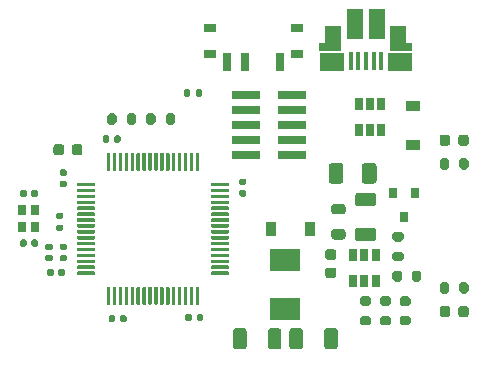
<source format=gbr>
%TF.GenerationSoftware,KiCad,Pcbnew,(5.1.10)-1*%
%TF.CreationDate,2021-06-24T14:57:30-07:00*%
%TF.ProjectId,stm32l476rg,73746d33-326c-4343-9736-72672e6b6963,rev?*%
%TF.SameCoordinates,Original*%
%TF.FileFunction,Paste,Top*%
%TF.FilePolarity,Positive*%
%FSLAX46Y46*%
G04 Gerber Fmt 4.6, Leading zero omitted, Abs format (unit mm)*
G04 Created by KiCad (PCBNEW (5.1.10)-1) date 2021-06-24 14:57:30*
%MOMM*%
%LPD*%
G01*
G04 APERTURE LIST*
%ADD10R,2.400000X0.740000*%
%ADD11R,1.350000X2.000000*%
%ADD12R,1.825000X0.700000*%
%ADD13R,2.000000X1.500000*%
%ADD14R,0.400000X1.650000*%
%ADD15R,1.430000X2.500000*%
%ADD16R,1.200000X0.900000*%
%ADD17R,0.900000X1.200000*%
%ADD18R,2.500000X1.900000*%
%ADD19R,0.800000X0.900000*%
%ADD20R,1.000000X0.800000*%
%ADD21R,0.700000X1.500000*%
%ADD22R,0.650000X1.060000*%
G04 APERTURE END LIST*
D10*
%TO.C,J4*%
X129850000Y-111660000D03*
X133750000Y-111660000D03*
X129850000Y-112930000D03*
X133750000Y-112930000D03*
X129850000Y-114200000D03*
X133750000Y-114200000D03*
X129850000Y-115470000D03*
X133750000Y-115470000D03*
X129850000Y-116740000D03*
X133750000Y-116740000D03*
%TD*%
D11*
%TO.C,J5*%
X137275000Y-106815000D03*
X142755000Y-106815000D03*
D12*
X142975000Y-107565000D03*
X137025000Y-107565000D03*
D13*
X142875000Y-108865000D03*
X137125000Y-108885000D03*
D14*
X141325000Y-108765000D03*
X140675000Y-108765000D03*
X140025000Y-108765000D03*
X139375000Y-108765000D03*
X138725000Y-108765000D03*
D15*
X140985000Y-105615000D03*
X139065000Y-105615000D03*
%TD*%
%TO.C,C1*%
G36*
G01*
X114475000Y-116050000D02*
X114475000Y-116550000D01*
G75*
G02*
X114250000Y-116775000I-225000J0D01*
G01*
X113800000Y-116775000D01*
G75*
G02*
X113575000Y-116550000I0J225000D01*
G01*
X113575000Y-116050000D01*
G75*
G02*
X113800000Y-115825000I225000J0D01*
G01*
X114250000Y-115825000D01*
G75*
G02*
X114475000Y-116050000I0J-225000D01*
G01*
G37*
G36*
G01*
X116025000Y-116050000D02*
X116025000Y-116550000D01*
G75*
G02*
X115800000Y-116775000I-225000J0D01*
G01*
X115350000Y-116775000D01*
G75*
G02*
X115125000Y-116550000I0J225000D01*
G01*
X115125000Y-116050000D01*
G75*
G02*
X115350000Y-115825000I225000J0D01*
G01*
X115800000Y-115825000D01*
G75*
G02*
X116025000Y-116050000I0J-225000D01*
G01*
G37*
%TD*%
%TO.C,C2*%
G36*
G01*
X114570000Y-118520000D02*
X114230000Y-118520000D01*
G75*
G02*
X114090000Y-118380000I0J140000D01*
G01*
X114090000Y-118100000D01*
G75*
G02*
X114230000Y-117960000I140000J0D01*
G01*
X114570000Y-117960000D01*
G75*
G02*
X114710000Y-118100000I0J-140000D01*
G01*
X114710000Y-118380000D01*
G75*
G02*
X114570000Y-118520000I-140000J0D01*
G01*
G37*
G36*
G01*
X114570000Y-119480000D02*
X114230000Y-119480000D01*
G75*
G02*
X114090000Y-119340000I0J140000D01*
G01*
X114090000Y-119060000D01*
G75*
G02*
X114230000Y-118920000I140000J0D01*
G01*
X114570000Y-118920000D01*
G75*
G02*
X114710000Y-119060000I0J-140000D01*
G01*
X114710000Y-119340000D01*
G75*
G02*
X114570000Y-119480000I-140000J0D01*
G01*
G37*
%TD*%
%TO.C,C3*%
G36*
G01*
X119760000Y-130430000D02*
X119760000Y-130770000D01*
G75*
G02*
X119620000Y-130910000I-140000J0D01*
G01*
X119340000Y-130910000D01*
G75*
G02*
X119200000Y-130770000I0J140000D01*
G01*
X119200000Y-130430000D01*
G75*
G02*
X119340000Y-130290000I140000J0D01*
G01*
X119620000Y-130290000D01*
G75*
G02*
X119760000Y-130430000I0J-140000D01*
G01*
G37*
G36*
G01*
X118800000Y-130430000D02*
X118800000Y-130770000D01*
G75*
G02*
X118660000Y-130910000I-140000J0D01*
G01*
X118380000Y-130910000D01*
G75*
G02*
X118240000Y-130770000I0J140000D01*
G01*
X118240000Y-130430000D01*
G75*
G02*
X118380000Y-130290000I140000J0D01*
G01*
X118660000Y-130290000D01*
G75*
G02*
X118800000Y-130430000I0J-140000D01*
G01*
G37*
%TD*%
%TO.C,C4*%
G36*
G01*
X125300000Y-130330000D02*
X125300000Y-130670000D01*
G75*
G02*
X125160000Y-130810000I-140000J0D01*
G01*
X124880000Y-130810000D01*
G75*
G02*
X124740000Y-130670000I0J140000D01*
G01*
X124740000Y-130330000D01*
G75*
G02*
X124880000Y-130190000I140000J0D01*
G01*
X125160000Y-130190000D01*
G75*
G02*
X125300000Y-130330000I0J-140000D01*
G01*
G37*
G36*
G01*
X126260000Y-130330000D02*
X126260000Y-130670000D01*
G75*
G02*
X126120000Y-130810000I-140000J0D01*
G01*
X125840000Y-130810000D01*
G75*
G02*
X125700000Y-130670000I0J140000D01*
G01*
X125700000Y-130330000D01*
G75*
G02*
X125840000Y-130190000I140000J0D01*
G01*
X126120000Y-130190000D01*
G75*
G02*
X126260000Y-130330000I0J-140000D01*
G01*
G37*
%TD*%
%TO.C,C5*%
G36*
G01*
X118700000Y-115570000D02*
X118700000Y-115230000D01*
G75*
G02*
X118840000Y-115090000I140000J0D01*
G01*
X119120000Y-115090000D01*
G75*
G02*
X119260000Y-115230000I0J-140000D01*
G01*
X119260000Y-115570000D01*
G75*
G02*
X119120000Y-115710000I-140000J0D01*
G01*
X118840000Y-115710000D01*
G75*
G02*
X118700000Y-115570000I0J140000D01*
G01*
G37*
G36*
G01*
X117740000Y-115570000D02*
X117740000Y-115230000D01*
G75*
G02*
X117880000Y-115090000I140000J0D01*
G01*
X118160000Y-115090000D01*
G75*
G02*
X118300000Y-115230000I0J-140000D01*
G01*
X118300000Y-115570000D01*
G75*
G02*
X118160000Y-115710000I-140000J0D01*
G01*
X117880000Y-115710000D01*
G75*
G02*
X117740000Y-115570000I0J140000D01*
G01*
G37*
%TD*%
%TO.C,C6*%
G36*
G01*
X129430000Y-118740000D02*
X129770000Y-118740000D01*
G75*
G02*
X129910000Y-118880000I0J-140000D01*
G01*
X129910000Y-119160000D01*
G75*
G02*
X129770000Y-119300000I-140000J0D01*
G01*
X129430000Y-119300000D01*
G75*
G02*
X129290000Y-119160000I0J140000D01*
G01*
X129290000Y-118880000D01*
G75*
G02*
X129430000Y-118740000I140000J0D01*
G01*
G37*
G36*
G01*
X129430000Y-119700000D02*
X129770000Y-119700000D01*
G75*
G02*
X129910000Y-119840000I0J-140000D01*
G01*
X129910000Y-120120000D01*
G75*
G02*
X129770000Y-120260000I-140000J0D01*
G01*
X129430000Y-120260000D01*
G75*
G02*
X129290000Y-120120000I0J140000D01*
G01*
X129290000Y-119840000D01*
G75*
G02*
X129430000Y-119700000I140000J0D01*
G01*
G37*
%TD*%
%TO.C,C7*%
G36*
G01*
X136800000Y-124725000D02*
X137300000Y-124725000D01*
G75*
G02*
X137525000Y-124950000I0J-225000D01*
G01*
X137525000Y-125400000D01*
G75*
G02*
X137300000Y-125625000I-225000J0D01*
G01*
X136800000Y-125625000D01*
G75*
G02*
X136575000Y-125400000I0J225000D01*
G01*
X136575000Y-124950000D01*
G75*
G02*
X136800000Y-124725000I225000J0D01*
G01*
G37*
G36*
G01*
X136800000Y-126275000D02*
X137300000Y-126275000D01*
G75*
G02*
X137525000Y-126500000I0J-225000D01*
G01*
X137525000Y-126950000D01*
G75*
G02*
X137300000Y-127175000I-225000J0D01*
G01*
X136800000Y-127175000D01*
G75*
G02*
X136575000Y-126950000I0J225000D01*
G01*
X136575000Y-126500000D01*
G75*
G02*
X136800000Y-126275000I225000J0D01*
G01*
G37*
%TD*%
%TO.C,C8*%
G36*
G01*
X113370000Y-124800000D02*
X113030000Y-124800000D01*
G75*
G02*
X112890000Y-124660000I0J140000D01*
G01*
X112890000Y-124380000D01*
G75*
G02*
X113030000Y-124240000I140000J0D01*
G01*
X113370000Y-124240000D01*
G75*
G02*
X113510000Y-124380000I0J-140000D01*
G01*
X113510000Y-124660000D01*
G75*
G02*
X113370000Y-124800000I-140000J0D01*
G01*
G37*
G36*
G01*
X113370000Y-125760000D02*
X113030000Y-125760000D01*
G75*
G02*
X112890000Y-125620000I0J140000D01*
G01*
X112890000Y-125340000D01*
G75*
G02*
X113030000Y-125200000I140000J0D01*
G01*
X113370000Y-125200000D01*
G75*
G02*
X113510000Y-125340000I0J-140000D01*
G01*
X113510000Y-125620000D01*
G75*
G02*
X113370000Y-125760000I-140000J0D01*
G01*
G37*
%TD*%
%TO.C,C9*%
G36*
G01*
X114570000Y-125760000D02*
X114230000Y-125760000D01*
G75*
G02*
X114090000Y-125620000I0J140000D01*
G01*
X114090000Y-125340000D01*
G75*
G02*
X114230000Y-125200000I140000J0D01*
G01*
X114570000Y-125200000D01*
G75*
G02*
X114710000Y-125340000I0J-140000D01*
G01*
X114710000Y-125620000D01*
G75*
G02*
X114570000Y-125760000I-140000J0D01*
G01*
G37*
G36*
G01*
X114570000Y-124800000D02*
X114230000Y-124800000D01*
G75*
G02*
X114090000Y-124660000I0J140000D01*
G01*
X114090000Y-124380000D01*
G75*
G02*
X114230000Y-124240000I140000J0D01*
G01*
X114570000Y-124240000D01*
G75*
G02*
X114710000Y-124380000I0J-140000D01*
G01*
X114710000Y-124660000D01*
G75*
G02*
X114570000Y-124800000I-140000J0D01*
G01*
G37*
%TD*%
%TO.C,C10*%
G36*
G01*
X139349999Y-122900000D02*
X140650001Y-122900000D01*
G75*
G02*
X140900000Y-123149999I0J-249999D01*
G01*
X140900000Y-123800001D01*
G75*
G02*
X140650001Y-124050000I-249999J0D01*
G01*
X139349999Y-124050000D01*
G75*
G02*
X139100000Y-123800001I0J249999D01*
G01*
X139100000Y-123149999D01*
G75*
G02*
X139349999Y-122900000I249999J0D01*
G01*
G37*
G36*
G01*
X139349999Y-119950000D02*
X140650001Y-119950000D01*
G75*
G02*
X140900000Y-120199999I0J-249999D01*
G01*
X140900000Y-120850001D01*
G75*
G02*
X140650001Y-121100000I-249999J0D01*
G01*
X139349999Y-121100000D01*
G75*
G02*
X139100000Y-120850001I0J249999D01*
G01*
X139100000Y-120199999D01*
G75*
G02*
X139349999Y-119950000I249999J0D01*
G01*
G37*
%TD*%
%TO.C,C11*%
G36*
G01*
X134700000Y-131649999D02*
X134700000Y-132950001D01*
G75*
G02*
X134450001Y-133200000I-249999J0D01*
G01*
X133799999Y-133200000D01*
G75*
G02*
X133550000Y-132950001I0J249999D01*
G01*
X133550000Y-131649999D01*
G75*
G02*
X133799999Y-131400000I249999J0D01*
G01*
X134450001Y-131400000D01*
G75*
G02*
X134700000Y-131649999I0J-249999D01*
G01*
G37*
G36*
G01*
X137650000Y-131649999D02*
X137650000Y-132950001D01*
G75*
G02*
X137400001Y-133200000I-249999J0D01*
G01*
X136749999Y-133200000D01*
G75*
G02*
X136500000Y-132950001I0J249999D01*
G01*
X136500000Y-131649999D01*
G75*
G02*
X136749999Y-131400000I249999J0D01*
G01*
X137400001Y-131400000D01*
G75*
G02*
X137650000Y-131649999I0J-249999D01*
G01*
G37*
%TD*%
%TO.C,C12*%
G36*
G01*
X128775000Y-132950001D02*
X128775000Y-131649999D01*
G75*
G02*
X129024999Y-131400000I249999J0D01*
G01*
X129675001Y-131400000D01*
G75*
G02*
X129925000Y-131649999I0J-249999D01*
G01*
X129925000Y-132950001D01*
G75*
G02*
X129675001Y-133200000I-249999J0D01*
G01*
X129024999Y-133200000D01*
G75*
G02*
X128775000Y-132950001I0J249999D01*
G01*
G37*
G36*
G01*
X131725000Y-132950001D02*
X131725000Y-131649999D01*
G75*
G02*
X131974999Y-131400000I249999J0D01*
G01*
X132625001Y-131400000D01*
G75*
G02*
X132875000Y-131649999I0J-249999D01*
G01*
X132875000Y-132950001D01*
G75*
G02*
X132625001Y-133200000I-249999J0D01*
G01*
X131974999Y-133200000D01*
G75*
G02*
X131725000Y-132950001I0J249999D01*
G01*
G37*
%TD*%
%TO.C,C13*%
G36*
G01*
X112260000Y-119830000D02*
X112260000Y-120170000D01*
G75*
G02*
X112120000Y-120310000I-140000J0D01*
G01*
X111840000Y-120310000D01*
G75*
G02*
X111700000Y-120170000I0J140000D01*
G01*
X111700000Y-119830000D01*
G75*
G02*
X111840000Y-119690000I140000J0D01*
G01*
X112120000Y-119690000D01*
G75*
G02*
X112260000Y-119830000I0J-140000D01*
G01*
G37*
G36*
G01*
X111300000Y-119830000D02*
X111300000Y-120170000D01*
G75*
G02*
X111160000Y-120310000I-140000J0D01*
G01*
X110880000Y-120310000D01*
G75*
G02*
X110740000Y-120170000I0J140000D01*
G01*
X110740000Y-119830000D01*
G75*
G02*
X110880000Y-119690000I140000J0D01*
G01*
X111160000Y-119690000D01*
G75*
G02*
X111300000Y-119830000I0J-140000D01*
G01*
G37*
%TD*%
%TO.C,C14*%
G36*
G01*
X111700000Y-124370000D02*
X111700000Y-124030000D01*
G75*
G02*
X111840000Y-123890000I140000J0D01*
G01*
X112120000Y-123890000D01*
G75*
G02*
X112260000Y-124030000I0J-140000D01*
G01*
X112260000Y-124370000D01*
G75*
G02*
X112120000Y-124510000I-140000J0D01*
G01*
X111840000Y-124510000D01*
G75*
G02*
X111700000Y-124370000I0J140000D01*
G01*
G37*
G36*
G01*
X110740000Y-124370000D02*
X110740000Y-124030000D01*
G75*
G02*
X110880000Y-123890000I140000J0D01*
G01*
X111160000Y-123890000D01*
G75*
G02*
X111300000Y-124030000I0J-140000D01*
G01*
X111300000Y-124370000D01*
G75*
G02*
X111160000Y-124510000I-140000J0D01*
G01*
X110880000Y-124510000D01*
G75*
G02*
X110740000Y-124370000I0J140000D01*
G01*
G37*
%TD*%
D16*
%TO.C,D1*%
X144000000Y-115900000D03*
X144000000Y-112600000D03*
%TD*%
D17*
%TO.C,D2*%
X132000000Y-123000000D03*
X135300000Y-123000000D03*
%TD*%
%TO.C,D3*%
G36*
G01*
X148725000Y-115243750D02*
X148725000Y-115756250D01*
G75*
G02*
X148506250Y-115975000I-218750J0D01*
G01*
X148068750Y-115975000D01*
G75*
G02*
X147850000Y-115756250I0J218750D01*
G01*
X147850000Y-115243750D01*
G75*
G02*
X148068750Y-115025000I218750J0D01*
G01*
X148506250Y-115025000D01*
G75*
G02*
X148725000Y-115243750I0J-218750D01*
G01*
G37*
G36*
G01*
X147150000Y-115243750D02*
X147150000Y-115756250D01*
G75*
G02*
X146931250Y-115975000I-218750J0D01*
G01*
X146493750Y-115975000D01*
G75*
G02*
X146275000Y-115756250I0J218750D01*
G01*
X146275000Y-115243750D01*
G75*
G02*
X146493750Y-115025000I218750J0D01*
G01*
X146931250Y-115025000D01*
G75*
G02*
X147150000Y-115243750I0J-218750D01*
G01*
G37*
%TD*%
%TO.C,D4*%
G36*
G01*
X148725000Y-129743750D02*
X148725000Y-130256250D01*
G75*
G02*
X148506250Y-130475000I-218750J0D01*
G01*
X148068750Y-130475000D01*
G75*
G02*
X147850000Y-130256250I0J218750D01*
G01*
X147850000Y-129743750D01*
G75*
G02*
X148068750Y-129525000I218750J0D01*
G01*
X148506250Y-129525000D01*
G75*
G02*
X148725000Y-129743750I0J-218750D01*
G01*
G37*
G36*
G01*
X147150000Y-129743750D02*
X147150000Y-130256250D01*
G75*
G02*
X146931250Y-130475000I-218750J0D01*
G01*
X146493750Y-130475000D01*
G75*
G02*
X146275000Y-130256250I0J218750D01*
G01*
X146275000Y-129743750D01*
G75*
G02*
X146493750Y-129525000I218750J0D01*
G01*
X146931250Y-129525000D01*
G75*
G02*
X147150000Y-129743750I0J-218750D01*
G01*
G37*
%TD*%
%TO.C,F1*%
G36*
G01*
X136875000Y-118925000D02*
X136875000Y-117675000D01*
G75*
G02*
X137125000Y-117425000I250000J0D01*
G01*
X137875000Y-117425000D01*
G75*
G02*
X138125000Y-117675000I0J-250000D01*
G01*
X138125000Y-118925000D01*
G75*
G02*
X137875000Y-119175000I-250000J0D01*
G01*
X137125000Y-119175000D01*
G75*
G02*
X136875000Y-118925000I0J250000D01*
G01*
G37*
G36*
G01*
X139675000Y-118925000D02*
X139675000Y-117675000D01*
G75*
G02*
X139925000Y-117425000I250000J0D01*
G01*
X140675000Y-117425000D01*
G75*
G02*
X140925000Y-117675000I0J-250000D01*
G01*
X140925000Y-118925000D01*
G75*
G02*
X140675000Y-119175000I-250000J0D01*
G01*
X139925000Y-119175000D01*
G75*
G02*
X139675000Y-118925000I0J250000D01*
G01*
G37*
%TD*%
%TO.C,FB1*%
G36*
G01*
X138081250Y-123900000D02*
X137318750Y-123900000D01*
G75*
G02*
X137100000Y-123681250I0J218750D01*
G01*
X137100000Y-123243750D01*
G75*
G02*
X137318750Y-123025000I218750J0D01*
G01*
X138081250Y-123025000D01*
G75*
G02*
X138300000Y-123243750I0J-218750D01*
G01*
X138300000Y-123681250D01*
G75*
G02*
X138081250Y-123900000I-218750J0D01*
G01*
G37*
G36*
G01*
X138081250Y-121775000D02*
X137318750Y-121775000D01*
G75*
G02*
X137100000Y-121556250I0J218750D01*
G01*
X137100000Y-121118750D01*
G75*
G02*
X137318750Y-120900000I218750J0D01*
G01*
X138081250Y-120900000D01*
G75*
G02*
X138300000Y-121118750I0J-218750D01*
G01*
X138300000Y-121556250D01*
G75*
G02*
X138081250Y-121775000I-218750J0D01*
G01*
G37*
%TD*%
%TO.C,L1*%
G36*
G01*
X113020000Y-126872500D02*
X113020000Y-126527500D01*
G75*
G02*
X113167500Y-126380000I147500J0D01*
G01*
X113462500Y-126380000D01*
G75*
G02*
X113610000Y-126527500I0J-147500D01*
G01*
X113610000Y-126872500D01*
G75*
G02*
X113462500Y-127020000I-147500J0D01*
G01*
X113167500Y-127020000D01*
G75*
G02*
X113020000Y-126872500I0J147500D01*
G01*
G37*
G36*
G01*
X113990000Y-126872500D02*
X113990000Y-126527500D01*
G75*
G02*
X114137500Y-126380000I147500J0D01*
G01*
X114432500Y-126380000D01*
G75*
G02*
X114580000Y-126527500I0J-147500D01*
G01*
X114580000Y-126872500D01*
G75*
G02*
X114432500Y-127020000I-147500J0D01*
G01*
X114137500Y-127020000D01*
G75*
G02*
X113990000Y-126872500I0J147500D01*
G01*
G37*
%TD*%
D18*
%TO.C,L2*%
X133150000Y-125650000D03*
X133150000Y-129750000D03*
%TD*%
D19*
%TO.C,Q1*%
X144200000Y-120000000D03*
X142300000Y-120000000D03*
X143250000Y-122000000D03*
%TD*%
%TO.C,R1*%
G36*
G01*
X122225000Y-113425000D02*
X122225000Y-113975000D01*
G75*
G02*
X122025000Y-114175000I-200000J0D01*
G01*
X121625000Y-114175000D01*
G75*
G02*
X121425000Y-113975000I0J200000D01*
G01*
X121425000Y-113425000D01*
G75*
G02*
X121625000Y-113225000I200000J0D01*
G01*
X122025000Y-113225000D01*
G75*
G02*
X122225000Y-113425000I0J-200000D01*
G01*
G37*
G36*
G01*
X123875000Y-113425000D02*
X123875000Y-113975000D01*
G75*
G02*
X123675000Y-114175000I-200000J0D01*
G01*
X123275000Y-114175000D01*
G75*
G02*
X123075000Y-113975000I0J200000D01*
G01*
X123075000Y-113425000D01*
G75*
G02*
X123275000Y-113225000I200000J0D01*
G01*
X123675000Y-113225000D01*
G75*
G02*
X123875000Y-113425000I0J-200000D01*
G01*
G37*
%TD*%
%TO.C,R2*%
G36*
G01*
X118125000Y-113975000D02*
X118125000Y-113425000D01*
G75*
G02*
X118325000Y-113225000I200000J0D01*
G01*
X118725000Y-113225000D01*
G75*
G02*
X118925000Y-113425000I0J-200000D01*
G01*
X118925000Y-113975000D01*
G75*
G02*
X118725000Y-114175000I-200000J0D01*
G01*
X118325000Y-114175000D01*
G75*
G02*
X118125000Y-113975000I0J200000D01*
G01*
G37*
G36*
G01*
X119775000Y-113975000D02*
X119775000Y-113425000D01*
G75*
G02*
X119975000Y-113225000I200000J0D01*
G01*
X120375000Y-113225000D01*
G75*
G02*
X120575000Y-113425000I0J-200000D01*
G01*
X120575000Y-113975000D01*
G75*
G02*
X120375000Y-114175000I-200000J0D01*
G01*
X119975000Y-114175000D01*
G75*
G02*
X119775000Y-113975000I0J200000D01*
G01*
G37*
%TD*%
%TO.C,R3*%
G36*
G01*
X125160000Y-111315000D02*
X125160000Y-111685000D01*
G75*
G02*
X125025000Y-111820000I-135000J0D01*
G01*
X124755000Y-111820000D01*
G75*
G02*
X124620000Y-111685000I0J135000D01*
G01*
X124620000Y-111315000D01*
G75*
G02*
X124755000Y-111180000I135000J0D01*
G01*
X125025000Y-111180000D01*
G75*
G02*
X125160000Y-111315000I0J-135000D01*
G01*
G37*
G36*
G01*
X126180000Y-111315000D02*
X126180000Y-111685000D01*
G75*
G02*
X126045000Y-111820000I-135000J0D01*
G01*
X125775000Y-111820000D01*
G75*
G02*
X125640000Y-111685000I0J135000D01*
G01*
X125640000Y-111315000D01*
G75*
G02*
X125775000Y-111180000I135000J0D01*
G01*
X126045000Y-111180000D01*
G75*
G02*
X126180000Y-111315000I0J-135000D01*
G01*
G37*
%TD*%
%TO.C,R4*%
G36*
G01*
X142475000Y-123275000D02*
X143025000Y-123275000D01*
G75*
G02*
X143225000Y-123475000I0J-200000D01*
G01*
X143225000Y-123875000D01*
G75*
G02*
X143025000Y-124075000I-200000J0D01*
G01*
X142475000Y-124075000D01*
G75*
G02*
X142275000Y-123875000I0J200000D01*
G01*
X142275000Y-123475000D01*
G75*
G02*
X142475000Y-123275000I200000J0D01*
G01*
G37*
G36*
G01*
X142475000Y-124925000D02*
X143025000Y-124925000D01*
G75*
G02*
X143225000Y-125125000I0J-200000D01*
G01*
X143225000Y-125525000D01*
G75*
G02*
X143025000Y-125725000I-200000J0D01*
G01*
X142475000Y-125725000D01*
G75*
G02*
X142275000Y-125525000I0J200000D01*
G01*
X142275000Y-125125000D01*
G75*
G02*
X142475000Y-124925000I200000J0D01*
G01*
G37*
%TD*%
%TO.C,R5*%
G36*
G01*
X143925000Y-127275000D02*
X143925000Y-126725000D01*
G75*
G02*
X144125000Y-126525000I200000J0D01*
G01*
X144525000Y-126525000D01*
G75*
G02*
X144725000Y-126725000I0J-200000D01*
G01*
X144725000Y-127275000D01*
G75*
G02*
X144525000Y-127475000I-200000J0D01*
G01*
X144125000Y-127475000D01*
G75*
G02*
X143925000Y-127275000I0J200000D01*
G01*
G37*
G36*
G01*
X142275000Y-127275000D02*
X142275000Y-126725000D01*
G75*
G02*
X142475000Y-126525000I200000J0D01*
G01*
X142875000Y-126525000D01*
G75*
G02*
X143075000Y-126725000I0J-200000D01*
G01*
X143075000Y-127275000D01*
G75*
G02*
X142875000Y-127475000I-200000J0D01*
G01*
X142475000Y-127475000D01*
G75*
G02*
X142275000Y-127275000I0J200000D01*
G01*
G37*
%TD*%
%TO.C,R6*%
G36*
G01*
X140275000Y-129525000D02*
X139725000Y-129525000D01*
G75*
G02*
X139525000Y-129325000I0J200000D01*
G01*
X139525000Y-128925000D01*
G75*
G02*
X139725000Y-128725000I200000J0D01*
G01*
X140275000Y-128725000D01*
G75*
G02*
X140475000Y-128925000I0J-200000D01*
G01*
X140475000Y-129325000D01*
G75*
G02*
X140275000Y-129525000I-200000J0D01*
G01*
G37*
G36*
G01*
X140275000Y-131175000D02*
X139725000Y-131175000D01*
G75*
G02*
X139525000Y-130975000I0J200000D01*
G01*
X139525000Y-130575000D01*
G75*
G02*
X139725000Y-130375000I200000J0D01*
G01*
X140275000Y-130375000D01*
G75*
G02*
X140475000Y-130575000I0J-200000D01*
G01*
X140475000Y-130975000D01*
G75*
G02*
X140275000Y-131175000I-200000J0D01*
G01*
G37*
%TD*%
%TO.C,R7*%
G36*
G01*
X141425000Y-130375000D02*
X141975000Y-130375000D01*
G75*
G02*
X142175000Y-130575000I0J-200000D01*
G01*
X142175000Y-130975000D01*
G75*
G02*
X141975000Y-131175000I-200000J0D01*
G01*
X141425000Y-131175000D01*
G75*
G02*
X141225000Y-130975000I0J200000D01*
G01*
X141225000Y-130575000D01*
G75*
G02*
X141425000Y-130375000I200000J0D01*
G01*
G37*
G36*
G01*
X141425000Y-128725000D02*
X141975000Y-128725000D01*
G75*
G02*
X142175000Y-128925000I0J-200000D01*
G01*
X142175000Y-129325000D01*
G75*
G02*
X141975000Y-129525000I-200000J0D01*
G01*
X141425000Y-129525000D01*
G75*
G02*
X141225000Y-129325000I0J200000D01*
G01*
X141225000Y-128925000D01*
G75*
G02*
X141425000Y-128725000I200000J0D01*
G01*
G37*
%TD*%
%TO.C,R8*%
G36*
G01*
X143625000Y-129525000D02*
X143075000Y-129525000D01*
G75*
G02*
X142875000Y-129325000I0J200000D01*
G01*
X142875000Y-128925000D01*
G75*
G02*
X143075000Y-128725000I200000J0D01*
G01*
X143625000Y-128725000D01*
G75*
G02*
X143825000Y-128925000I0J-200000D01*
G01*
X143825000Y-129325000D01*
G75*
G02*
X143625000Y-129525000I-200000J0D01*
G01*
G37*
G36*
G01*
X143625000Y-131175000D02*
X143075000Y-131175000D01*
G75*
G02*
X142875000Y-130975000I0J200000D01*
G01*
X142875000Y-130575000D01*
G75*
G02*
X143075000Y-130375000I200000J0D01*
G01*
X143625000Y-130375000D01*
G75*
G02*
X143825000Y-130575000I0J-200000D01*
G01*
X143825000Y-130975000D01*
G75*
G02*
X143625000Y-131175000I-200000J0D01*
G01*
G37*
%TD*%
%TO.C,R9*%
G36*
G01*
X113915000Y-121620000D02*
X114285000Y-121620000D01*
G75*
G02*
X114420000Y-121755000I0J-135000D01*
G01*
X114420000Y-122025000D01*
G75*
G02*
X114285000Y-122160000I-135000J0D01*
G01*
X113915000Y-122160000D01*
G75*
G02*
X113780000Y-122025000I0J135000D01*
G01*
X113780000Y-121755000D01*
G75*
G02*
X113915000Y-121620000I135000J0D01*
G01*
G37*
G36*
G01*
X113915000Y-122640000D02*
X114285000Y-122640000D01*
G75*
G02*
X114420000Y-122775000I0J-135000D01*
G01*
X114420000Y-123045000D01*
G75*
G02*
X114285000Y-123180000I-135000J0D01*
G01*
X113915000Y-123180000D01*
G75*
G02*
X113780000Y-123045000I0J135000D01*
G01*
X113780000Y-122775000D01*
G75*
G02*
X113915000Y-122640000I135000J0D01*
G01*
G37*
%TD*%
%TO.C,R10*%
G36*
G01*
X147075000Y-117225000D02*
X147075000Y-117775000D01*
G75*
G02*
X146875000Y-117975000I-200000J0D01*
G01*
X146475000Y-117975000D01*
G75*
G02*
X146275000Y-117775000I0J200000D01*
G01*
X146275000Y-117225000D01*
G75*
G02*
X146475000Y-117025000I200000J0D01*
G01*
X146875000Y-117025000D01*
G75*
G02*
X147075000Y-117225000I0J-200000D01*
G01*
G37*
G36*
G01*
X148725000Y-117225000D02*
X148725000Y-117775000D01*
G75*
G02*
X148525000Y-117975000I-200000J0D01*
G01*
X148125000Y-117975000D01*
G75*
G02*
X147925000Y-117775000I0J200000D01*
G01*
X147925000Y-117225000D01*
G75*
G02*
X148125000Y-117025000I200000J0D01*
G01*
X148525000Y-117025000D01*
G75*
G02*
X148725000Y-117225000I0J-200000D01*
G01*
G37*
%TD*%
%TO.C,R11*%
G36*
G01*
X148725000Y-127725000D02*
X148725000Y-128275000D01*
G75*
G02*
X148525000Y-128475000I-200000J0D01*
G01*
X148125000Y-128475000D01*
G75*
G02*
X147925000Y-128275000I0J200000D01*
G01*
X147925000Y-127725000D01*
G75*
G02*
X148125000Y-127525000I200000J0D01*
G01*
X148525000Y-127525000D01*
G75*
G02*
X148725000Y-127725000I0J-200000D01*
G01*
G37*
G36*
G01*
X147075000Y-127725000D02*
X147075000Y-128275000D01*
G75*
G02*
X146875000Y-128475000I-200000J0D01*
G01*
X146475000Y-128475000D01*
G75*
G02*
X146275000Y-128275000I0J200000D01*
G01*
X146275000Y-127725000D01*
G75*
G02*
X146475000Y-127525000I200000J0D01*
G01*
X146875000Y-127525000D01*
G75*
G02*
X147075000Y-127725000I0J-200000D01*
G01*
G37*
%TD*%
D20*
%TO.C,SW1*%
X134150000Y-108180000D03*
X126850000Y-108180000D03*
X126850000Y-105970000D03*
X134150000Y-105970000D03*
D21*
X128250000Y-108830000D03*
X129750000Y-108830000D03*
X132750000Y-108830000D03*
%TD*%
D22*
%TO.C,U1*%
X141300000Y-112400000D03*
X140350000Y-112400000D03*
X139400000Y-112400000D03*
X139400000Y-114600000D03*
X141300000Y-114600000D03*
X140350000Y-114600000D03*
%TD*%
%TO.C,U2*%
X139900000Y-125250000D03*
X138950000Y-125250000D03*
X140850000Y-125250000D03*
X140850000Y-127450000D03*
X139900000Y-127450000D03*
X138950000Y-127450000D03*
%TD*%
%TO.C,U3*%
G36*
G01*
X115550000Y-119325000D02*
X115550000Y-119175000D01*
G75*
G02*
X115625000Y-119100000I75000J0D01*
G01*
X117025000Y-119100000D01*
G75*
G02*
X117100000Y-119175000I0J-75000D01*
G01*
X117100000Y-119325000D01*
G75*
G02*
X117025000Y-119400000I-75000J0D01*
G01*
X115625000Y-119400000D01*
G75*
G02*
X115550000Y-119325000I0J75000D01*
G01*
G37*
G36*
G01*
X115550000Y-119825000D02*
X115550000Y-119675000D01*
G75*
G02*
X115625000Y-119600000I75000J0D01*
G01*
X117025000Y-119600000D01*
G75*
G02*
X117100000Y-119675000I0J-75000D01*
G01*
X117100000Y-119825000D01*
G75*
G02*
X117025000Y-119900000I-75000J0D01*
G01*
X115625000Y-119900000D01*
G75*
G02*
X115550000Y-119825000I0J75000D01*
G01*
G37*
G36*
G01*
X115550000Y-120325000D02*
X115550000Y-120175000D01*
G75*
G02*
X115625000Y-120100000I75000J0D01*
G01*
X117025000Y-120100000D01*
G75*
G02*
X117100000Y-120175000I0J-75000D01*
G01*
X117100000Y-120325000D01*
G75*
G02*
X117025000Y-120400000I-75000J0D01*
G01*
X115625000Y-120400000D01*
G75*
G02*
X115550000Y-120325000I0J75000D01*
G01*
G37*
G36*
G01*
X115550000Y-120825000D02*
X115550000Y-120675000D01*
G75*
G02*
X115625000Y-120600000I75000J0D01*
G01*
X117025000Y-120600000D01*
G75*
G02*
X117100000Y-120675000I0J-75000D01*
G01*
X117100000Y-120825000D01*
G75*
G02*
X117025000Y-120900000I-75000J0D01*
G01*
X115625000Y-120900000D01*
G75*
G02*
X115550000Y-120825000I0J75000D01*
G01*
G37*
G36*
G01*
X115550000Y-121325000D02*
X115550000Y-121175000D01*
G75*
G02*
X115625000Y-121100000I75000J0D01*
G01*
X117025000Y-121100000D01*
G75*
G02*
X117100000Y-121175000I0J-75000D01*
G01*
X117100000Y-121325000D01*
G75*
G02*
X117025000Y-121400000I-75000J0D01*
G01*
X115625000Y-121400000D01*
G75*
G02*
X115550000Y-121325000I0J75000D01*
G01*
G37*
G36*
G01*
X115550000Y-121825000D02*
X115550000Y-121675000D01*
G75*
G02*
X115625000Y-121600000I75000J0D01*
G01*
X117025000Y-121600000D01*
G75*
G02*
X117100000Y-121675000I0J-75000D01*
G01*
X117100000Y-121825000D01*
G75*
G02*
X117025000Y-121900000I-75000J0D01*
G01*
X115625000Y-121900000D01*
G75*
G02*
X115550000Y-121825000I0J75000D01*
G01*
G37*
G36*
G01*
X115550000Y-122325000D02*
X115550000Y-122175000D01*
G75*
G02*
X115625000Y-122100000I75000J0D01*
G01*
X117025000Y-122100000D01*
G75*
G02*
X117100000Y-122175000I0J-75000D01*
G01*
X117100000Y-122325000D01*
G75*
G02*
X117025000Y-122400000I-75000J0D01*
G01*
X115625000Y-122400000D01*
G75*
G02*
X115550000Y-122325000I0J75000D01*
G01*
G37*
G36*
G01*
X115550000Y-122825000D02*
X115550000Y-122675000D01*
G75*
G02*
X115625000Y-122600000I75000J0D01*
G01*
X117025000Y-122600000D01*
G75*
G02*
X117100000Y-122675000I0J-75000D01*
G01*
X117100000Y-122825000D01*
G75*
G02*
X117025000Y-122900000I-75000J0D01*
G01*
X115625000Y-122900000D01*
G75*
G02*
X115550000Y-122825000I0J75000D01*
G01*
G37*
G36*
G01*
X115550000Y-123325000D02*
X115550000Y-123175000D01*
G75*
G02*
X115625000Y-123100000I75000J0D01*
G01*
X117025000Y-123100000D01*
G75*
G02*
X117100000Y-123175000I0J-75000D01*
G01*
X117100000Y-123325000D01*
G75*
G02*
X117025000Y-123400000I-75000J0D01*
G01*
X115625000Y-123400000D01*
G75*
G02*
X115550000Y-123325000I0J75000D01*
G01*
G37*
G36*
G01*
X115550000Y-123825000D02*
X115550000Y-123675000D01*
G75*
G02*
X115625000Y-123600000I75000J0D01*
G01*
X117025000Y-123600000D01*
G75*
G02*
X117100000Y-123675000I0J-75000D01*
G01*
X117100000Y-123825000D01*
G75*
G02*
X117025000Y-123900000I-75000J0D01*
G01*
X115625000Y-123900000D01*
G75*
G02*
X115550000Y-123825000I0J75000D01*
G01*
G37*
G36*
G01*
X115550000Y-124325000D02*
X115550000Y-124175000D01*
G75*
G02*
X115625000Y-124100000I75000J0D01*
G01*
X117025000Y-124100000D01*
G75*
G02*
X117100000Y-124175000I0J-75000D01*
G01*
X117100000Y-124325000D01*
G75*
G02*
X117025000Y-124400000I-75000J0D01*
G01*
X115625000Y-124400000D01*
G75*
G02*
X115550000Y-124325000I0J75000D01*
G01*
G37*
G36*
G01*
X115550000Y-124825000D02*
X115550000Y-124675000D01*
G75*
G02*
X115625000Y-124600000I75000J0D01*
G01*
X117025000Y-124600000D01*
G75*
G02*
X117100000Y-124675000I0J-75000D01*
G01*
X117100000Y-124825000D01*
G75*
G02*
X117025000Y-124900000I-75000J0D01*
G01*
X115625000Y-124900000D01*
G75*
G02*
X115550000Y-124825000I0J75000D01*
G01*
G37*
G36*
G01*
X115550000Y-125325000D02*
X115550000Y-125175000D01*
G75*
G02*
X115625000Y-125100000I75000J0D01*
G01*
X117025000Y-125100000D01*
G75*
G02*
X117100000Y-125175000I0J-75000D01*
G01*
X117100000Y-125325000D01*
G75*
G02*
X117025000Y-125400000I-75000J0D01*
G01*
X115625000Y-125400000D01*
G75*
G02*
X115550000Y-125325000I0J75000D01*
G01*
G37*
G36*
G01*
X115550000Y-125825000D02*
X115550000Y-125675000D01*
G75*
G02*
X115625000Y-125600000I75000J0D01*
G01*
X117025000Y-125600000D01*
G75*
G02*
X117100000Y-125675000I0J-75000D01*
G01*
X117100000Y-125825000D01*
G75*
G02*
X117025000Y-125900000I-75000J0D01*
G01*
X115625000Y-125900000D01*
G75*
G02*
X115550000Y-125825000I0J75000D01*
G01*
G37*
G36*
G01*
X115550000Y-126325000D02*
X115550000Y-126175000D01*
G75*
G02*
X115625000Y-126100000I75000J0D01*
G01*
X117025000Y-126100000D01*
G75*
G02*
X117100000Y-126175000I0J-75000D01*
G01*
X117100000Y-126325000D01*
G75*
G02*
X117025000Y-126400000I-75000J0D01*
G01*
X115625000Y-126400000D01*
G75*
G02*
X115550000Y-126325000I0J75000D01*
G01*
G37*
G36*
G01*
X115550000Y-126825000D02*
X115550000Y-126675000D01*
G75*
G02*
X115625000Y-126600000I75000J0D01*
G01*
X117025000Y-126600000D01*
G75*
G02*
X117100000Y-126675000I0J-75000D01*
G01*
X117100000Y-126825000D01*
G75*
G02*
X117025000Y-126900000I-75000J0D01*
G01*
X115625000Y-126900000D01*
G75*
G02*
X115550000Y-126825000I0J75000D01*
G01*
G37*
G36*
G01*
X118100000Y-129375000D02*
X118100000Y-127975000D01*
G75*
G02*
X118175000Y-127900000I75000J0D01*
G01*
X118325000Y-127900000D01*
G75*
G02*
X118400000Y-127975000I0J-75000D01*
G01*
X118400000Y-129375000D01*
G75*
G02*
X118325000Y-129450000I-75000J0D01*
G01*
X118175000Y-129450000D01*
G75*
G02*
X118100000Y-129375000I0J75000D01*
G01*
G37*
G36*
G01*
X118600000Y-129375000D02*
X118600000Y-127975000D01*
G75*
G02*
X118675000Y-127900000I75000J0D01*
G01*
X118825000Y-127900000D01*
G75*
G02*
X118900000Y-127975000I0J-75000D01*
G01*
X118900000Y-129375000D01*
G75*
G02*
X118825000Y-129450000I-75000J0D01*
G01*
X118675000Y-129450000D01*
G75*
G02*
X118600000Y-129375000I0J75000D01*
G01*
G37*
G36*
G01*
X119100000Y-129375000D02*
X119100000Y-127975000D01*
G75*
G02*
X119175000Y-127900000I75000J0D01*
G01*
X119325000Y-127900000D01*
G75*
G02*
X119400000Y-127975000I0J-75000D01*
G01*
X119400000Y-129375000D01*
G75*
G02*
X119325000Y-129450000I-75000J0D01*
G01*
X119175000Y-129450000D01*
G75*
G02*
X119100000Y-129375000I0J75000D01*
G01*
G37*
G36*
G01*
X119600000Y-129375000D02*
X119600000Y-127975000D01*
G75*
G02*
X119675000Y-127900000I75000J0D01*
G01*
X119825000Y-127900000D01*
G75*
G02*
X119900000Y-127975000I0J-75000D01*
G01*
X119900000Y-129375000D01*
G75*
G02*
X119825000Y-129450000I-75000J0D01*
G01*
X119675000Y-129450000D01*
G75*
G02*
X119600000Y-129375000I0J75000D01*
G01*
G37*
G36*
G01*
X120100000Y-129375000D02*
X120100000Y-127975000D01*
G75*
G02*
X120175000Y-127900000I75000J0D01*
G01*
X120325000Y-127900000D01*
G75*
G02*
X120400000Y-127975000I0J-75000D01*
G01*
X120400000Y-129375000D01*
G75*
G02*
X120325000Y-129450000I-75000J0D01*
G01*
X120175000Y-129450000D01*
G75*
G02*
X120100000Y-129375000I0J75000D01*
G01*
G37*
G36*
G01*
X120600000Y-129375000D02*
X120600000Y-127975000D01*
G75*
G02*
X120675000Y-127900000I75000J0D01*
G01*
X120825000Y-127900000D01*
G75*
G02*
X120900000Y-127975000I0J-75000D01*
G01*
X120900000Y-129375000D01*
G75*
G02*
X120825000Y-129450000I-75000J0D01*
G01*
X120675000Y-129450000D01*
G75*
G02*
X120600000Y-129375000I0J75000D01*
G01*
G37*
G36*
G01*
X121100000Y-129375000D02*
X121100000Y-127975000D01*
G75*
G02*
X121175000Y-127900000I75000J0D01*
G01*
X121325000Y-127900000D01*
G75*
G02*
X121400000Y-127975000I0J-75000D01*
G01*
X121400000Y-129375000D01*
G75*
G02*
X121325000Y-129450000I-75000J0D01*
G01*
X121175000Y-129450000D01*
G75*
G02*
X121100000Y-129375000I0J75000D01*
G01*
G37*
G36*
G01*
X121600000Y-129375000D02*
X121600000Y-127975000D01*
G75*
G02*
X121675000Y-127900000I75000J0D01*
G01*
X121825000Y-127900000D01*
G75*
G02*
X121900000Y-127975000I0J-75000D01*
G01*
X121900000Y-129375000D01*
G75*
G02*
X121825000Y-129450000I-75000J0D01*
G01*
X121675000Y-129450000D01*
G75*
G02*
X121600000Y-129375000I0J75000D01*
G01*
G37*
G36*
G01*
X122100000Y-129375000D02*
X122100000Y-127975000D01*
G75*
G02*
X122175000Y-127900000I75000J0D01*
G01*
X122325000Y-127900000D01*
G75*
G02*
X122400000Y-127975000I0J-75000D01*
G01*
X122400000Y-129375000D01*
G75*
G02*
X122325000Y-129450000I-75000J0D01*
G01*
X122175000Y-129450000D01*
G75*
G02*
X122100000Y-129375000I0J75000D01*
G01*
G37*
G36*
G01*
X122600000Y-129375000D02*
X122600000Y-127975000D01*
G75*
G02*
X122675000Y-127900000I75000J0D01*
G01*
X122825000Y-127900000D01*
G75*
G02*
X122900000Y-127975000I0J-75000D01*
G01*
X122900000Y-129375000D01*
G75*
G02*
X122825000Y-129450000I-75000J0D01*
G01*
X122675000Y-129450000D01*
G75*
G02*
X122600000Y-129375000I0J75000D01*
G01*
G37*
G36*
G01*
X123100000Y-129375000D02*
X123100000Y-127975000D01*
G75*
G02*
X123175000Y-127900000I75000J0D01*
G01*
X123325000Y-127900000D01*
G75*
G02*
X123400000Y-127975000I0J-75000D01*
G01*
X123400000Y-129375000D01*
G75*
G02*
X123325000Y-129450000I-75000J0D01*
G01*
X123175000Y-129450000D01*
G75*
G02*
X123100000Y-129375000I0J75000D01*
G01*
G37*
G36*
G01*
X123600000Y-129375000D02*
X123600000Y-127975000D01*
G75*
G02*
X123675000Y-127900000I75000J0D01*
G01*
X123825000Y-127900000D01*
G75*
G02*
X123900000Y-127975000I0J-75000D01*
G01*
X123900000Y-129375000D01*
G75*
G02*
X123825000Y-129450000I-75000J0D01*
G01*
X123675000Y-129450000D01*
G75*
G02*
X123600000Y-129375000I0J75000D01*
G01*
G37*
G36*
G01*
X124100000Y-129375000D02*
X124100000Y-127975000D01*
G75*
G02*
X124175000Y-127900000I75000J0D01*
G01*
X124325000Y-127900000D01*
G75*
G02*
X124400000Y-127975000I0J-75000D01*
G01*
X124400000Y-129375000D01*
G75*
G02*
X124325000Y-129450000I-75000J0D01*
G01*
X124175000Y-129450000D01*
G75*
G02*
X124100000Y-129375000I0J75000D01*
G01*
G37*
G36*
G01*
X124600000Y-129375000D02*
X124600000Y-127975000D01*
G75*
G02*
X124675000Y-127900000I75000J0D01*
G01*
X124825000Y-127900000D01*
G75*
G02*
X124900000Y-127975000I0J-75000D01*
G01*
X124900000Y-129375000D01*
G75*
G02*
X124825000Y-129450000I-75000J0D01*
G01*
X124675000Y-129450000D01*
G75*
G02*
X124600000Y-129375000I0J75000D01*
G01*
G37*
G36*
G01*
X125100000Y-129375000D02*
X125100000Y-127975000D01*
G75*
G02*
X125175000Y-127900000I75000J0D01*
G01*
X125325000Y-127900000D01*
G75*
G02*
X125400000Y-127975000I0J-75000D01*
G01*
X125400000Y-129375000D01*
G75*
G02*
X125325000Y-129450000I-75000J0D01*
G01*
X125175000Y-129450000D01*
G75*
G02*
X125100000Y-129375000I0J75000D01*
G01*
G37*
G36*
G01*
X125600000Y-129375000D02*
X125600000Y-127975000D01*
G75*
G02*
X125675000Y-127900000I75000J0D01*
G01*
X125825000Y-127900000D01*
G75*
G02*
X125900000Y-127975000I0J-75000D01*
G01*
X125900000Y-129375000D01*
G75*
G02*
X125825000Y-129450000I-75000J0D01*
G01*
X125675000Y-129450000D01*
G75*
G02*
X125600000Y-129375000I0J75000D01*
G01*
G37*
G36*
G01*
X126900000Y-126825000D02*
X126900000Y-126675000D01*
G75*
G02*
X126975000Y-126600000I75000J0D01*
G01*
X128375000Y-126600000D01*
G75*
G02*
X128450000Y-126675000I0J-75000D01*
G01*
X128450000Y-126825000D01*
G75*
G02*
X128375000Y-126900000I-75000J0D01*
G01*
X126975000Y-126900000D01*
G75*
G02*
X126900000Y-126825000I0J75000D01*
G01*
G37*
G36*
G01*
X126900000Y-126325000D02*
X126900000Y-126175000D01*
G75*
G02*
X126975000Y-126100000I75000J0D01*
G01*
X128375000Y-126100000D01*
G75*
G02*
X128450000Y-126175000I0J-75000D01*
G01*
X128450000Y-126325000D01*
G75*
G02*
X128375000Y-126400000I-75000J0D01*
G01*
X126975000Y-126400000D01*
G75*
G02*
X126900000Y-126325000I0J75000D01*
G01*
G37*
G36*
G01*
X126900000Y-125825000D02*
X126900000Y-125675000D01*
G75*
G02*
X126975000Y-125600000I75000J0D01*
G01*
X128375000Y-125600000D01*
G75*
G02*
X128450000Y-125675000I0J-75000D01*
G01*
X128450000Y-125825000D01*
G75*
G02*
X128375000Y-125900000I-75000J0D01*
G01*
X126975000Y-125900000D01*
G75*
G02*
X126900000Y-125825000I0J75000D01*
G01*
G37*
G36*
G01*
X126900000Y-125325000D02*
X126900000Y-125175000D01*
G75*
G02*
X126975000Y-125100000I75000J0D01*
G01*
X128375000Y-125100000D01*
G75*
G02*
X128450000Y-125175000I0J-75000D01*
G01*
X128450000Y-125325000D01*
G75*
G02*
X128375000Y-125400000I-75000J0D01*
G01*
X126975000Y-125400000D01*
G75*
G02*
X126900000Y-125325000I0J75000D01*
G01*
G37*
G36*
G01*
X126900000Y-124825000D02*
X126900000Y-124675000D01*
G75*
G02*
X126975000Y-124600000I75000J0D01*
G01*
X128375000Y-124600000D01*
G75*
G02*
X128450000Y-124675000I0J-75000D01*
G01*
X128450000Y-124825000D01*
G75*
G02*
X128375000Y-124900000I-75000J0D01*
G01*
X126975000Y-124900000D01*
G75*
G02*
X126900000Y-124825000I0J75000D01*
G01*
G37*
G36*
G01*
X126900000Y-124325000D02*
X126900000Y-124175000D01*
G75*
G02*
X126975000Y-124100000I75000J0D01*
G01*
X128375000Y-124100000D01*
G75*
G02*
X128450000Y-124175000I0J-75000D01*
G01*
X128450000Y-124325000D01*
G75*
G02*
X128375000Y-124400000I-75000J0D01*
G01*
X126975000Y-124400000D01*
G75*
G02*
X126900000Y-124325000I0J75000D01*
G01*
G37*
G36*
G01*
X126900000Y-123825000D02*
X126900000Y-123675000D01*
G75*
G02*
X126975000Y-123600000I75000J0D01*
G01*
X128375000Y-123600000D01*
G75*
G02*
X128450000Y-123675000I0J-75000D01*
G01*
X128450000Y-123825000D01*
G75*
G02*
X128375000Y-123900000I-75000J0D01*
G01*
X126975000Y-123900000D01*
G75*
G02*
X126900000Y-123825000I0J75000D01*
G01*
G37*
G36*
G01*
X126900000Y-123325000D02*
X126900000Y-123175000D01*
G75*
G02*
X126975000Y-123100000I75000J0D01*
G01*
X128375000Y-123100000D01*
G75*
G02*
X128450000Y-123175000I0J-75000D01*
G01*
X128450000Y-123325000D01*
G75*
G02*
X128375000Y-123400000I-75000J0D01*
G01*
X126975000Y-123400000D01*
G75*
G02*
X126900000Y-123325000I0J75000D01*
G01*
G37*
G36*
G01*
X126900000Y-122825000D02*
X126900000Y-122675000D01*
G75*
G02*
X126975000Y-122600000I75000J0D01*
G01*
X128375000Y-122600000D01*
G75*
G02*
X128450000Y-122675000I0J-75000D01*
G01*
X128450000Y-122825000D01*
G75*
G02*
X128375000Y-122900000I-75000J0D01*
G01*
X126975000Y-122900000D01*
G75*
G02*
X126900000Y-122825000I0J75000D01*
G01*
G37*
G36*
G01*
X126900000Y-122325000D02*
X126900000Y-122175000D01*
G75*
G02*
X126975000Y-122100000I75000J0D01*
G01*
X128375000Y-122100000D01*
G75*
G02*
X128450000Y-122175000I0J-75000D01*
G01*
X128450000Y-122325000D01*
G75*
G02*
X128375000Y-122400000I-75000J0D01*
G01*
X126975000Y-122400000D01*
G75*
G02*
X126900000Y-122325000I0J75000D01*
G01*
G37*
G36*
G01*
X126900000Y-121825000D02*
X126900000Y-121675000D01*
G75*
G02*
X126975000Y-121600000I75000J0D01*
G01*
X128375000Y-121600000D01*
G75*
G02*
X128450000Y-121675000I0J-75000D01*
G01*
X128450000Y-121825000D01*
G75*
G02*
X128375000Y-121900000I-75000J0D01*
G01*
X126975000Y-121900000D01*
G75*
G02*
X126900000Y-121825000I0J75000D01*
G01*
G37*
G36*
G01*
X126900000Y-121325000D02*
X126900000Y-121175000D01*
G75*
G02*
X126975000Y-121100000I75000J0D01*
G01*
X128375000Y-121100000D01*
G75*
G02*
X128450000Y-121175000I0J-75000D01*
G01*
X128450000Y-121325000D01*
G75*
G02*
X128375000Y-121400000I-75000J0D01*
G01*
X126975000Y-121400000D01*
G75*
G02*
X126900000Y-121325000I0J75000D01*
G01*
G37*
G36*
G01*
X126900000Y-120825000D02*
X126900000Y-120675000D01*
G75*
G02*
X126975000Y-120600000I75000J0D01*
G01*
X128375000Y-120600000D01*
G75*
G02*
X128450000Y-120675000I0J-75000D01*
G01*
X128450000Y-120825000D01*
G75*
G02*
X128375000Y-120900000I-75000J0D01*
G01*
X126975000Y-120900000D01*
G75*
G02*
X126900000Y-120825000I0J75000D01*
G01*
G37*
G36*
G01*
X126900000Y-120325000D02*
X126900000Y-120175000D01*
G75*
G02*
X126975000Y-120100000I75000J0D01*
G01*
X128375000Y-120100000D01*
G75*
G02*
X128450000Y-120175000I0J-75000D01*
G01*
X128450000Y-120325000D01*
G75*
G02*
X128375000Y-120400000I-75000J0D01*
G01*
X126975000Y-120400000D01*
G75*
G02*
X126900000Y-120325000I0J75000D01*
G01*
G37*
G36*
G01*
X126900000Y-119825000D02*
X126900000Y-119675000D01*
G75*
G02*
X126975000Y-119600000I75000J0D01*
G01*
X128375000Y-119600000D01*
G75*
G02*
X128450000Y-119675000I0J-75000D01*
G01*
X128450000Y-119825000D01*
G75*
G02*
X128375000Y-119900000I-75000J0D01*
G01*
X126975000Y-119900000D01*
G75*
G02*
X126900000Y-119825000I0J75000D01*
G01*
G37*
G36*
G01*
X126900000Y-119325000D02*
X126900000Y-119175000D01*
G75*
G02*
X126975000Y-119100000I75000J0D01*
G01*
X128375000Y-119100000D01*
G75*
G02*
X128450000Y-119175000I0J-75000D01*
G01*
X128450000Y-119325000D01*
G75*
G02*
X128375000Y-119400000I-75000J0D01*
G01*
X126975000Y-119400000D01*
G75*
G02*
X126900000Y-119325000I0J75000D01*
G01*
G37*
G36*
G01*
X125600000Y-118025000D02*
X125600000Y-116625000D01*
G75*
G02*
X125675000Y-116550000I75000J0D01*
G01*
X125825000Y-116550000D01*
G75*
G02*
X125900000Y-116625000I0J-75000D01*
G01*
X125900000Y-118025000D01*
G75*
G02*
X125825000Y-118100000I-75000J0D01*
G01*
X125675000Y-118100000D01*
G75*
G02*
X125600000Y-118025000I0J75000D01*
G01*
G37*
G36*
G01*
X125100000Y-118025000D02*
X125100000Y-116625000D01*
G75*
G02*
X125175000Y-116550000I75000J0D01*
G01*
X125325000Y-116550000D01*
G75*
G02*
X125400000Y-116625000I0J-75000D01*
G01*
X125400000Y-118025000D01*
G75*
G02*
X125325000Y-118100000I-75000J0D01*
G01*
X125175000Y-118100000D01*
G75*
G02*
X125100000Y-118025000I0J75000D01*
G01*
G37*
G36*
G01*
X124600000Y-118025000D02*
X124600000Y-116625000D01*
G75*
G02*
X124675000Y-116550000I75000J0D01*
G01*
X124825000Y-116550000D01*
G75*
G02*
X124900000Y-116625000I0J-75000D01*
G01*
X124900000Y-118025000D01*
G75*
G02*
X124825000Y-118100000I-75000J0D01*
G01*
X124675000Y-118100000D01*
G75*
G02*
X124600000Y-118025000I0J75000D01*
G01*
G37*
G36*
G01*
X124100000Y-118025000D02*
X124100000Y-116625000D01*
G75*
G02*
X124175000Y-116550000I75000J0D01*
G01*
X124325000Y-116550000D01*
G75*
G02*
X124400000Y-116625000I0J-75000D01*
G01*
X124400000Y-118025000D01*
G75*
G02*
X124325000Y-118100000I-75000J0D01*
G01*
X124175000Y-118100000D01*
G75*
G02*
X124100000Y-118025000I0J75000D01*
G01*
G37*
G36*
G01*
X123600000Y-118025000D02*
X123600000Y-116625000D01*
G75*
G02*
X123675000Y-116550000I75000J0D01*
G01*
X123825000Y-116550000D01*
G75*
G02*
X123900000Y-116625000I0J-75000D01*
G01*
X123900000Y-118025000D01*
G75*
G02*
X123825000Y-118100000I-75000J0D01*
G01*
X123675000Y-118100000D01*
G75*
G02*
X123600000Y-118025000I0J75000D01*
G01*
G37*
G36*
G01*
X123100000Y-118025000D02*
X123100000Y-116625000D01*
G75*
G02*
X123175000Y-116550000I75000J0D01*
G01*
X123325000Y-116550000D01*
G75*
G02*
X123400000Y-116625000I0J-75000D01*
G01*
X123400000Y-118025000D01*
G75*
G02*
X123325000Y-118100000I-75000J0D01*
G01*
X123175000Y-118100000D01*
G75*
G02*
X123100000Y-118025000I0J75000D01*
G01*
G37*
G36*
G01*
X122600000Y-118025000D02*
X122600000Y-116625000D01*
G75*
G02*
X122675000Y-116550000I75000J0D01*
G01*
X122825000Y-116550000D01*
G75*
G02*
X122900000Y-116625000I0J-75000D01*
G01*
X122900000Y-118025000D01*
G75*
G02*
X122825000Y-118100000I-75000J0D01*
G01*
X122675000Y-118100000D01*
G75*
G02*
X122600000Y-118025000I0J75000D01*
G01*
G37*
G36*
G01*
X122100000Y-118025000D02*
X122100000Y-116625000D01*
G75*
G02*
X122175000Y-116550000I75000J0D01*
G01*
X122325000Y-116550000D01*
G75*
G02*
X122400000Y-116625000I0J-75000D01*
G01*
X122400000Y-118025000D01*
G75*
G02*
X122325000Y-118100000I-75000J0D01*
G01*
X122175000Y-118100000D01*
G75*
G02*
X122100000Y-118025000I0J75000D01*
G01*
G37*
G36*
G01*
X121600000Y-118025000D02*
X121600000Y-116625000D01*
G75*
G02*
X121675000Y-116550000I75000J0D01*
G01*
X121825000Y-116550000D01*
G75*
G02*
X121900000Y-116625000I0J-75000D01*
G01*
X121900000Y-118025000D01*
G75*
G02*
X121825000Y-118100000I-75000J0D01*
G01*
X121675000Y-118100000D01*
G75*
G02*
X121600000Y-118025000I0J75000D01*
G01*
G37*
G36*
G01*
X121100000Y-118025000D02*
X121100000Y-116625000D01*
G75*
G02*
X121175000Y-116550000I75000J0D01*
G01*
X121325000Y-116550000D01*
G75*
G02*
X121400000Y-116625000I0J-75000D01*
G01*
X121400000Y-118025000D01*
G75*
G02*
X121325000Y-118100000I-75000J0D01*
G01*
X121175000Y-118100000D01*
G75*
G02*
X121100000Y-118025000I0J75000D01*
G01*
G37*
G36*
G01*
X120600000Y-118025000D02*
X120600000Y-116625000D01*
G75*
G02*
X120675000Y-116550000I75000J0D01*
G01*
X120825000Y-116550000D01*
G75*
G02*
X120900000Y-116625000I0J-75000D01*
G01*
X120900000Y-118025000D01*
G75*
G02*
X120825000Y-118100000I-75000J0D01*
G01*
X120675000Y-118100000D01*
G75*
G02*
X120600000Y-118025000I0J75000D01*
G01*
G37*
G36*
G01*
X120100000Y-118025000D02*
X120100000Y-116625000D01*
G75*
G02*
X120175000Y-116550000I75000J0D01*
G01*
X120325000Y-116550000D01*
G75*
G02*
X120400000Y-116625000I0J-75000D01*
G01*
X120400000Y-118025000D01*
G75*
G02*
X120325000Y-118100000I-75000J0D01*
G01*
X120175000Y-118100000D01*
G75*
G02*
X120100000Y-118025000I0J75000D01*
G01*
G37*
G36*
G01*
X119600000Y-118025000D02*
X119600000Y-116625000D01*
G75*
G02*
X119675000Y-116550000I75000J0D01*
G01*
X119825000Y-116550000D01*
G75*
G02*
X119900000Y-116625000I0J-75000D01*
G01*
X119900000Y-118025000D01*
G75*
G02*
X119825000Y-118100000I-75000J0D01*
G01*
X119675000Y-118100000D01*
G75*
G02*
X119600000Y-118025000I0J75000D01*
G01*
G37*
G36*
G01*
X119100000Y-118025000D02*
X119100000Y-116625000D01*
G75*
G02*
X119175000Y-116550000I75000J0D01*
G01*
X119325000Y-116550000D01*
G75*
G02*
X119400000Y-116625000I0J-75000D01*
G01*
X119400000Y-118025000D01*
G75*
G02*
X119325000Y-118100000I-75000J0D01*
G01*
X119175000Y-118100000D01*
G75*
G02*
X119100000Y-118025000I0J75000D01*
G01*
G37*
G36*
G01*
X118600000Y-118025000D02*
X118600000Y-116625000D01*
G75*
G02*
X118675000Y-116550000I75000J0D01*
G01*
X118825000Y-116550000D01*
G75*
G02*
X118900000Y-116625000I0J-75000D01*
G01*
X118900000Y-118025000D01*
G75*
G02*
X118825000Y-118100000I-75000J0D01*
G01*
X118675000Y-118100000D01*
G75*
G02*
X118600000Y-118025000I0J75000D01*
G01*
G37*
G36*
G01*
X118100000Y-118025000D02*
X118100000Y-116625000D01*
G75*
G02*
X118175000Y-116550000I75000J0D01*
G01*
X118325000Y-116550000D01*
G75*
G02*
X118400000Y-116625000I0J-75000D01*
G01*
X118400000Y-118025000D01*
G75*
G02*
X118325000Y-118100000I-75000J0D01*
G01*
X118175000Y-118100000D01*
G75*
G02*
X118100000Y-118025000I0J75000D01*
G01*
G37*
%TD*%
D19*
%TO.C,Y1*%
X110950000Y-121400000D03*
X110950000Y-122800000D03*
X112050000Y-122800000D03*
X112050000Y-121400000D03*
%TD*%
M02*

</source>
